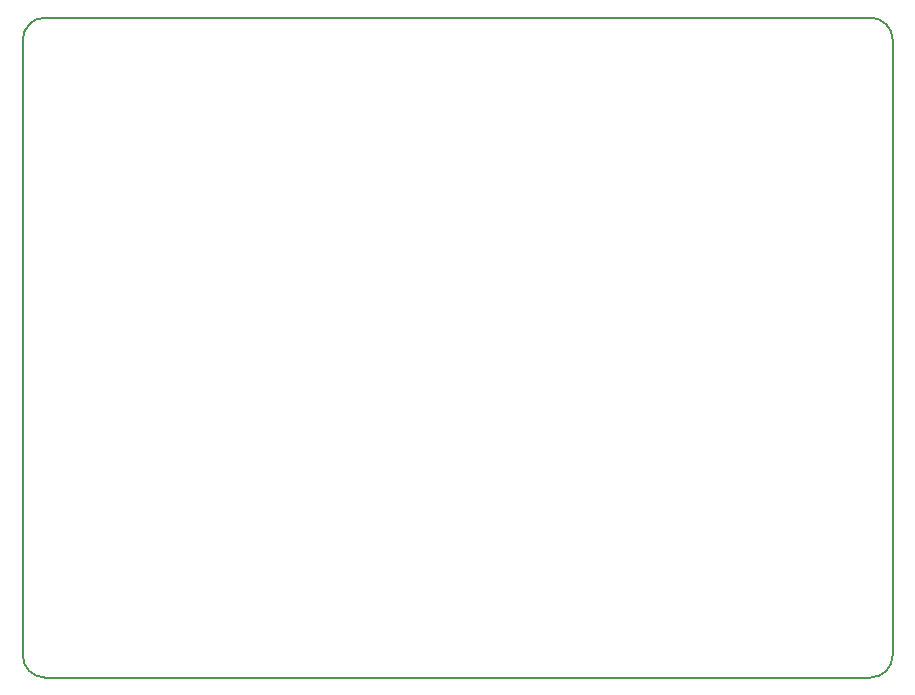
<source format=gbr>
%TF.GenerationSoftware,KiCad,Pcbnew,4.0.7*%
%TF.CreationDate,2018-08-09T22:01:20-06:00*%
%TF.ProjectId,valve_testing,76616C76655F74657374696E672E6B69,rev?*%
%TF.FileFunction,Paste,Top*%
%FSLAX46Y46*%
G04 Gerber Fmt 4.6, Leading zero omitted, Abs format (unit mm)*
G04 Created by KiCad (PCBNEW 4.0.7) date Thursday, August 09, 2018 'PMt' 10:01:20 PM*
%MOMM*%
%LPD*%
G01*
G04 APERTURE LIST*
%ADD10C,0.150000*%
G04 APERTURE END LIST*
D10*
X157480000Y-51435000D02*
X157480000Y-50165000D01*
X83820000Y-51435000D02*
X83820000Y-50165000D01*
X83820000Y-100965000D02*
X83820000Y-102235000D01*
X157480000Y-101092000D02*
X157480000Y-102235000D01*
X83820000Y-51435000D02*
X83820000Y-100965000D01*
X157480000Y-51435000D02*
X157480000Y-101092000D01*
X83820000Y-102235000D02*
G75*
G03X85725000Y-104140000I1905000J0D01*
G01*
X85725000Y-48260000D02*
G75*
G03X83820000Y-50165000I0J-1905000D01*
G01*
X157480000Y-50165000D02*
G75*
G03X155575000Y-48260000I-1905000J0D01*
G01*
X155575000Y-104140000D02*
G75*
G03X157480000Y-102235000I0J1905000D01*
G01*
X155575000Y-48260000D02*
X85725000Y-48260000D01*
X85725000Y-104140000D02*
X155575000Y-104140000D01*
M02*

</source>
